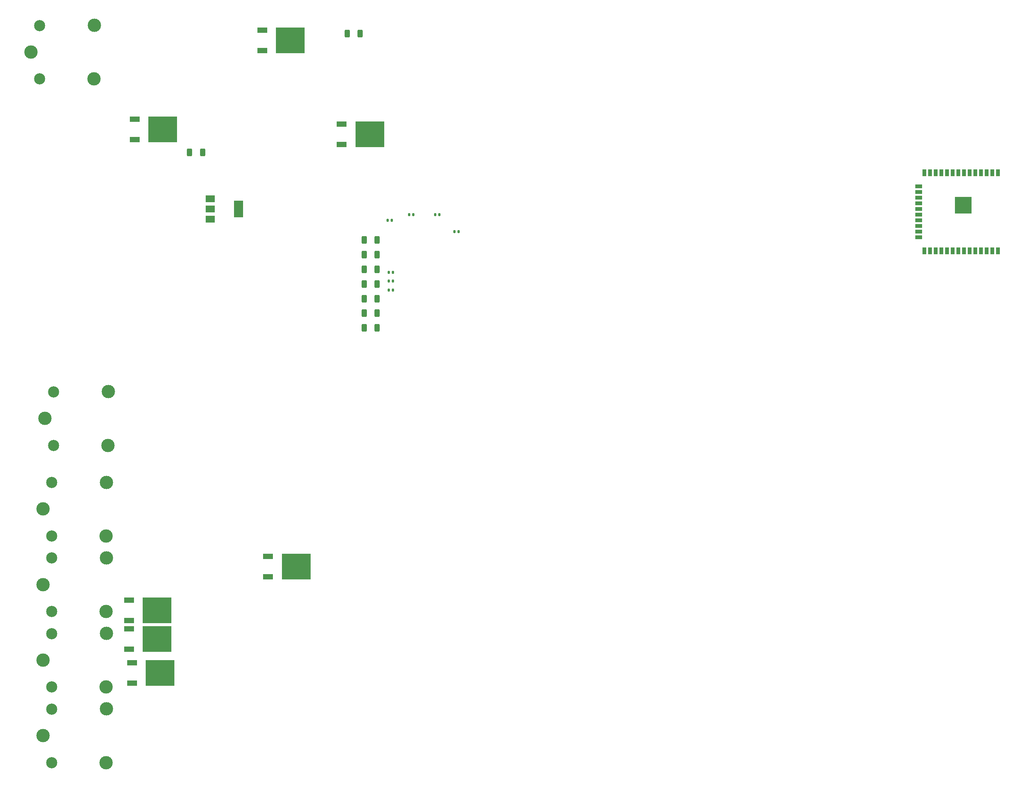
<source format=gbr>
%TF.GenerationSoftware,KiCad,Pcbnew,7.0.8*%
%TF.CreationDate,2023-10-11T12:41:40+03:00*%
%TF.ProjectId,sprinklers,73707269-6e6b-46c6-9572-732e6b696361,rev?*%
%TF.SameCoordinates,Original*%
%TF.FileFunction,Copper,L1,Top*%
%TF.FilePolarity,Positive*%
%FSLAX46Y46*%
G04 Gerber Fmt 4.6, Leading zero omitted, Abs format (unit mm)*
G04 Created by KiCad (PCBNEW 7.0.8) date 2023-10-11 12:41:40*
%MOMM*%
%LPD*%
G01*
G04 APERTURE LIST*
G04 Aperture macros list*
%AMRoundRect*
0 Rectangle with rounded corners*
0 $1 Rounding radius*
0 $2 $3 $4 $5 $6 $7 $8 $9 X,Y pos of 4 corners*
0 Add a 4 corners polygon primitive as box body*
4,1,4,$2,$3,$4,$5,$6,$7,$8,$9,$2,$3,0*
0 Add four circle primitives for the rounded corners*
1,1,$1+$1,$2,$3*
1,1,$1+$1,$4,$5*
1,1,$1+$1,$6,$7*
1,1,$1+$1,$8,$9*
0 Add four rect primitives between the rounded corners*
20,1,$1+$1,$2,$3,$4,$5,0*
20,1,$1+$1,$4,$5,$6,$7,0*
20,1,$1+$1,$6,$7,$8,$9,0*
20,1,$1+$1,$8,$9,$2,$3,0*%
G04 Aperture macros list end*
%TA.AperFunction,SMDPad,CuDef*%
%ADD10R,2.200000X1.200000*%
%TD*%
%TA.AperFunction,SMDPad,CuDef*%
%ADD11R,6.400000X5.800000*%
%TD*%
%TA.AperFunction,SMDPad,CuDef*%
%ADD12R,2.000000X1.500000*%
%TD*%
%TA.AperFunction,SMDPad,CuDef*%
%ADD13R,2.000000X3.800000*%
%TD*%
%TA.AperFunction,SMDPad,CuDef*%
%ADD14RoundRect,0.140000X-0.140000X-0.170000X0.140000X-0.170000X0.140000X0.170000X-0.140000X0.170000X0*%
%TD*%
%TA.AperFunction,ComponentPad*%
%ADD15C,3.000000*%
%TD*%
%TA.AperFunction,ComponentPad*%
%ADD16C,2.500000*%
%TD*%
%TA.AperFunction,SMDPad,CuDef*%
%ADD17RoundRect,0.147500X-0.147500X-0.172500X0.147500X-0.172500X0.147500X0.172500X-0.147500X0.172500X0*%
%TD*%
%TA.AperFunction,SMDPad,CuDef*%
%ADD18R,0.900000X1.500000*%
%TD*%
%TA.AperFunction,SMDPad,CuDef*%
%ADD19R,1.500000X0.900000*%
%TD*%
%TA.AperFunction,SMDPad,CuDef*%
%ADD20R,0.900000X0.900000*%
%TD*%
%TA.AperFunction,HeatsinkPad*%
%ADD21C,0.600000*%
%TD*%
%TA.AperFunction,SMDPad,CuDef*%
%ADD22R,3.800000X3.800000*%
%TD*%
%TA.AperFunction,SMDPad,CuDef*%
%ADD23RoundRect,0.250000X-0.312500X-0.625000X0.312500X-0.625000X0.312500X0.625000X-0.312500X0.625000X0*%
%TD*%
G04 APERTURE END LIST*
D10*
%TO.P,Q6,1,G*%
%TO.N,Net-(Q6-G)*%
X51680000Y-164090000D03*
%TO.P,Q6,3,S*%
%TO.N,GND*%
X51680000Y-168650000D03*
D11*
%TO.P,Q6,2,D*%
%TO.N,Net-(Q6-D)*%
X57980000Y-166370000D03*
%TD*%
D10*
%TO.P,Q5,1,G*%
%TO.N,Net-(Q5-G)*%
X51020000Y-156465000D03*
%TO.P,Q5,3,S*%
%TO.N,GND*%
X51020000Y-161025000D03*
D11*
%TO.P,Q5,2,D*%
%TO.N,Net-(Q5-D)*%
X57320000Y-158745000D03*
%TD*%
D10*
%TO.P,Q4,1,G*%
%TO.N,Net-(Q4-G)*%
X51020000Y-150015000D03*
%TO.P,Q4,3,S*%
%TO.N,GND*%
X51020000Y-154575000D03*
D11*
%TO.P,Q4,2,D*%
%TO.N,Net-(Q4-D)*%
X57320000Y-152295000D03*
%TD*%
D10*
%TO.P,Q3,1,G*%
%TO.N,Net-(Q3-G)*%
X82195000Y-140215000D03*
%TO.P,Q3,3,S*%
%TO.N,GND*%
X82195000Y-144775000D03*
D11*
%TO.P,Q3,2,D*%
%TO.N,Net-(Q3-D)*%
X88495000Y-142495000D03*
%TD*%
D10*
%TO.P,Q2,1,G*%
%TO.N,Net-(Q2-G)*%
X52290000Y-42075000D03*
%TO.P,Q2,3,S*%
%TO.N,GND*%
X52290000Y-46635000D03*
D11*
%TO.P,Q2,2,D*%
%TO.N,Net-(Q2-D)*%
X58590000Y-44355000D03*
%TD*%
D10*
%TO.P,Q1,1,G*%
%TO.N,Net-(Q1-G)*%
X98705000Y-43185000D03*
%TO.P,Q1,3,S*%
%TO.N,GND*%
X98705000Y-47745000D03*
D11*
%TO.P,Q1,2,D*%
%TO.N,Net-(Q1-D)*%
X105005000Y-45465000D03*
%TD*%
D10*
%TO.P,REF\u002A\u002A,1*%
%TO.N,N/C*%
X80890000Y-22105000D03*
%TO.P,REF\u002A\u002A,3*%
X80890000Y-26665000D03*
D11*
%TO.P,REF\u002A\u002A,2*%
X87190000Y-24385000D03*
%TD*%
D12*
%TO.P,U3,1,GND*%
%TO.N,GND*%
X69240000Y-59930000D03*
D13*
%TO.P,U3,2,VO*%
%TO.N,Net-(U2-VDD)*%
X75540000Y-62230000D03*
D12*
X69240000Y-62230000D03*
%TO.P,U3,3,VI*%
%TO.N,+5V*%
X69240000Y-64530000D03*
%TD*%
D14*
%TO.P,C1,1*%
%TO.N,+5V*%
X108977500Y-64770000D03*
%TO.P,C1,2*%
%TO.N,GND*%
X109937500Y-64770000D03*
%TD*%
D15*
%TO.P,K4,1*%
%TO.N,Net-(J2-In)*%
X31720000Y-146505000D03*
D16*
%TO.P,K4,2*%
%TO.N,Net-(Q4-D)*%
X33670000Y-152555000D03*
D15*
%TO.P,K4,3*%
%TO.N,unconnected-(K4-Pad3)*%
X45870000Y-152555000D03*
%TO.P,K4,4*%
%TO.N,unconnected-(K4-Pad4)*%
X45920000Y-140505000D03*
D16*
%TO.P,K4,5*%
%TO.N,+5V*%
X33670000Y-140555000D03*
%TD*%
D17*
%TO.P,D3,1,K*%
%TO.N,Net-(D3-K)*%
X109227500Y-80370000D03*
%TO.P,D3,2,A*%
%TO.N,Net-(D3-A)*%
X110197500Y-80370000D03*
%TD*%
D14*
%TO.P,C4,1*%
%TO.N,Net-(U2-VDD)*%
X123980000Y-67310000D03*
%TO.P,C4,2*%
%TO.N,GND*%
X124940000Y-67310000D03*
%TD*%
D18*
%TO.P,U2,1,GND*%
%TO.N,GND*%
X245880000Y-54110000D03*
%TO.P,U2,2,VDD*%
%TO.N,Net-(U2-VDD)*%
X244610000Y-54110000D03*
%TO.P,U2,3,EN*%
%TO.N,unconnected-(U2-EN-Pad3)*%
X243340000Y-54110000D03*
%TO.P,U2,4,SENSOR_VP*%
%TO.N,unconnected-(U2-SENSOR_VP-Pad4)*%
X242070000Y-54110000D03*
%TO.P,U2,5,SENSOR_VN*%
%TO.N,unconnected-(U2-SENSOR_VN-Pad5)*%
X240800000Y-54110000D03*
%TO.P,U2,6,IO34*%
%TO.N,Net-(U2-IO34)*%
X239530000Y-54110000D03*
%TO.P,U2,7,IO35*%
%TO.N,Net-(D3-A)*%
X238260000Y-54110000D03*
%TO.P,U2,8,IO32*%
%TO.N,unconnected-(U2-IO32-Pad8)*%
X236990000Y-54110000D03*
%TO.P,U2,9,IO33*%
%TO.N,unconnected-(U2-IO33-Pad9)*%
X235720000Y-54110000D03*
%TO.P,U2,10,IO25*%
%TO.N,unconnected-(U2-IO25-Pad10)*%
X234450000Y-54110000D03*
%TO.P,U2,11,IO26*%
%TO.N,unconnected-(U2-IO26-Pad11)*%
X233180000Y-54110000D03*
%TO.P,U2,12,IO27*%
%TO.N,Net-(D2-A)*%
X231910000Y-54110000D03*
%TO.P,U2,13,IO14*%
%TO.N,unconnected-(U2-IO14-Pad13)*%
X230640000Y-54110000D03*
%TO.P,U2,14,IO12*%
%TO.N,unconnected-(U2-IO12-Pad14)*%
X229370000Y-54110000D03*
D19*
%TO.P,U2,15,GND*%
%TO.N,GND*%
X228120000Y-57150000D03*
%TO.P,U2,16,IO13*%
%TO.N,Net-(U2-IO13)*%
X228120000Y-58420000D03*
%TO.P,U2,17,SHD/SD2*%
%TO.N,Net-(U2-SHD{slash}SD2)*%
X228120000Y-59690000D03*
%TO.P,U2,18,SWP/SD3*%
%TO.N,Net-(U2-SWP{slash}SD3)*%
X228120000Y-60960000D03*
%TO.P,U2,19,SCS/CMD*%
%TO.N,Net-(U2-SCS{slash}CMD)*%
X228120000Y-62230000D03*
%TO.P,U2,20,SCK/CLK*%
%TO.N,unconnected-(U2-SCK{slash}CLK-Pad20)*%
X228120000Y-63500000D03*
%TO.P,U2,21,SDO/SD0*%
%TO.N,unconnected-(U2-SDO{slash}SD0-Pad21)*%
X228120000Y-64770000D03*
%TO.P,U2,22,SDI/SD1*%
%TO.N,unconnected-(U2-SDI{slash}SD1-Pad22)*%
X228120000Y-66040000D03*
%TO.P,U2,23,IO15*%
%TO.N,unconnected-(U2-IO15-Pad23)*%
X228120000Y-67310000D03*
%TO.P,U2,24,IO2*%
%TO.N,Net-(U2-IO2)*%
X228120000Y-68580000D03*
D18*
%TO.P,U2,25,IO0*%
%TO.N,unconnected-(U2-IO0-Pad25)*%
X229370000Y-71610000D03*
%TO.P,U2,26,IO4*%
%TO.N,unconnected-(U2-IO4-Pad26)*%
X230640000Y-71610000D03*
%TO.P,U2,27,IO16*%
%TO.N,unconnected-(U2-IO16-Pad27)*%
X231910000Y-71610000D03*
%TO.P,U2,28,IO17*%
%TO.N,unconnected-(U2-IO17-Pad28)*%
X233180000Y-71610000D03*
%TO.P,U2,29,IO5*%
%TO.N,unconnected-(U2-IO5-Pad29)*%
X234450000Y-71610000D03*
%TO.P,U2,30,IO18*%
%TO.N,unconnected-(U2-IO18-Pad30)*%
X235720000Y-71610000D03*
%TO.P,U2,31,IO19*%
%TO.N,unconnected-(U2-IO19-Pad31)*%
X236990000Y-71610000D03*
%TO.P,U2,32,NC*%
%TO.N,unconnected-(U2-NC-Pad32)*%
X238260000Y-71610000D03*
%TO.P,U2,33,IO21*%
%TO.N,unconnected-(U2-IO21-Pad33)*%
X239530000Y-71610000D03*
%TO.P,U2,34,RXD0/IO3*%
%TO.N,unconnected-(U2-RXD0{slash}IO3-Pad34)*%
X240800000Y-71610000D03*
%TO.P,U2,35,TXD0/IO1*%
%TO.N,unconnected-(U2-TXD0{slash}IO1-Pad35)*%
X242070000Y-71610000D03*
%TO.P,U2,36,IO22*%
%TO.N,Net-(D1-A)*%
X243340000Y-71610000D03*
%TO.P,U2,37,IO23*%
%TO.N,unconnected-(U2-IO23-Pad37)*%
X244610000Y-71610000D03*
%TO.P,U2,38,GND*%
%TO.N,GND*%
X245880000Y-71610000D03*
D20*
%TO.P,U2,39,GND*%
X239560000Y-59960000D03*
D21*
X238860000Y-59960000D03*
D20*
X238160000Y-59960000D03*
D21*
X237460000Y-59960000D03*
D20*
X236760000Y-59960000D03*
D21*
X239560000Y-60660000D03*
X238160000Y-60660000D03*
X236760000Y-60660000D03*
X238860000Y-61335000D03*
X237460000Y-61335000D03*
D20*
X239560000Y-61360000D03*
X238160000Y-61360000D03*
D22*
X238160000Y-61360000D03*
D20*
X236760000Y-61360000D03*
D21*
X239560000Y-62060000D03*
X238160000Y-62060000D03*
X236760000Y-62060000D03*
D20*
X239560000Y-62760000D03*
D21*
X238860000Y-62760000D03*
D20*
X238160000Y-62760000D03*
D21*
X237460000Y-62760000D03*
D20*
X236760000Y-62760000D03*
%TD*%
D15*
%TO.P,K1,1*%
%TO.N,Net-(J2-In)*%
X29030000Y-26970000D03*
D16*
%TO.P,K1,2*%
%TO.N,Net-(Q1-D)*%
X30980000Y-33020000D03*
D15*
%TO.P,K1,3*%
%TO.N,unconnected-(K1-Pad3)*%
X43180000Y-33020000D03*
%TO.P,K1,4*%
%TO.N,unconnected-(K1-Pad4)*%
X43230000Y-20970000D03*
D16*
%TO.P,K1,5*%
%TO.N,+5V*%
X30980000Y-21020000D03*
%TD*%
D17*
%TO.P,D2,1,K*%
%TO.N,Net-(D2-K)*%
X109227500Y-78380000D03*
%TO.P,D2,2,A*%
%TO.N,Net-(D2-A)*%
X110197500Y-78380000D03*
%TD*%
D23*
%TO.P,R3,1*%
%TO.N,GND*%
X103755000Y-75740000D03*
%TO.P,R3,2*%
%TO.N,Net-(D3-K)*%
X106680000Y-75740000D03*
%TD*%
D14*
%TO.P,C3,2*%
%TO.N,GND*%
X120650000Y-63500000D03*
%TO.P,C3,1*%
%TO.N,Net-(U2-VDD)*%
X119690000Y-63500000D03*
%TD*%
D23*
%TO.P,R8,1*%
%TO.N,Net-(Q5-G)*%
X103755000Y-85610000D03*
%TO.P,R8,2*%
%TO.N,Net-(U2-SWP{slash}SD3)*%
X106680000Y-85610000D03*
%TD*%
D15*
%TO.P,K5,1*%
%TO.N,Net-(J2-In)*%
X31720000Y-163455000D03*
D16*
%TO.P,K5,2*%
%TO.N,Net-(Q5-D)*%
X33670000Y-169505000D03*
D15*
%TO.P,K5,3*%
%TO.N,unconnected-(K5-Pad3)*%
X45870000Y-169505000D03*
%TO.P,K5,4*%
%TO.N,unconnected-(K5-Pad4)*%
X45920000Y-157455000D03*
D16*
%TO.P,K5,5*%
%TO.N,+5V*%
X33670000Y-157505000D03*
%TD*%
D23*
%TO.P,R1,1*%
%TO.N,GND*%
X103755000Y-69160000D03*
%TO.P,R1,2*%
%TO.N,Net-(D1-K)*%
X106680000Y-69160000D03*
%TD*%
D17*
%TO.P,D1,1,K*%
%TO.N,Net-(D1-K)*%
X109227500Y-76390000D03*
%TO.P,D1,2,A*%
%TO.N,Net-(D1-A)*%
X110197500Y-76390000D03*
%TD*%
D23*
%TO.P,R2,1*%
%TO.N,GND*%
X103755000Y-72450000D03*
%TO.P,R2,2*%
%TO.N,Net-(D2-K)*%
X106680000Y-72450000D03*
%TD*%
%TO.P,R7,1*%
%TO.N,Net-(Q4-G)*%
X103755000Y-82320000D03*
%TO.P,R7,2*%
%TO.N,Net-(U2-SCS{slash}CMD)*%
X106680000Y-82320000D03*
%TD*%
%TO.P,R9,1*%
%TO.N,Net-(Q6-G)*%
X103755000Y-88900000D03*
%TO.P,R9,2*%
%TO.N,Net-(U2-SHD{slash}SD2)*%
X106680000Y-88900000D03*
%TD*%
%TO.P,R6,1*%
%TO.N,Net-(Q3-G)*%
X103755000Y-79030000D03*
%TO.P,R6,2*%
%TO.N,Net-(U2-IO34)*%
X106680000Y-79030000D03*
%TD*%
D15*
%TO.P,K6,1*%
%TO.N,Net-(J2-In)*%
X31720000Y-180405000D03*
D16*
%TO.P,K6,2*%
%TO.N,Net-(Q6-D)*%
X33670000Y-186455000D03*
D15*
%TO.P,K6,3*%
%TO.N,unconnected-(K6-Pad3)*%
X45870000Y-186455000D03*
%TO.P,K6,4*%
%TO.N,unconnected-(K6-Pad4)*%
X45920000Y-174405000D03*
D16*
%TO.P,K6,5*%
%TO.N,+5V*%
X33670000Y-174455000D03*
%TD*%
D15*
%TO.P,K2,1*%
%TO.N,Net-(J2-In)*%
X32140000Y-109220000D03*
D16*
%TO.P,K2,2*%
%TO.N,Net-(Q2-D)*%
X34090000Y-115270000D03*
D15*
%TO.P,K2,3*%
%TO.N,unconnected-(K2-Pad3)*%
X46290000Y-115270000D03*
%TO.P,K2,4*%
%TO.N,unconnected-(K2-Pad4)*%
X46340000Y-103220000D03*
D16*
%TO.P,K2,5*%
%TO.N,+5V*%
X34090000Y-103270000D03*
%TD*%
D23*
%TO.P,R5,1*%
%TO.N,Net-(Q2-G)*%
X64577500Y-49530000D03*
%TO.P,R5,2*%
%TO.N,Net-(U2-IO13)*%
X67502500Y-49530000D03*
%TD*%
D15*
%TO.P,K3,1*%
%TO.N,Net-(J2-In)*%
X31720000Y-129555000D03*
D16*
%TO.P,K3,2*%
%TO.N,Net-(Q3-D)*%
X33670000Y-135605000D03*
D15*
%TO.P,K3,3*%
%TO.N,unconnected-(K3-Pad3)*%
X45870000Y-135605000D03*
%TO.P,K3,4*%
%TO.N,unconnected-(K3-Pad4)*%
X45920000Y-123555000D03*
D16*
%TO.P,K3,5*%
%TO.N,+5V*%
X33670000Y-123605000D03*
%TD*%
D23*
%TO.P,R4,1*%
%TO.N,Net-(Q1-G)*%
X99945000Y-22860000D03*
%TO.P,R4,2*%
%TO.N,Net-(U2-IO2)*%
X102870000Y-22860000D03*
%TD*%
D14*
%TO.P,C2,1*%
%TO.N,+5V*%
X113820000Y-63500000D03*
%TO.P,C2,2*%
%TO.N,GND*%
X114780000Y-63500000D03*
%TD*%
M02*

</source>
